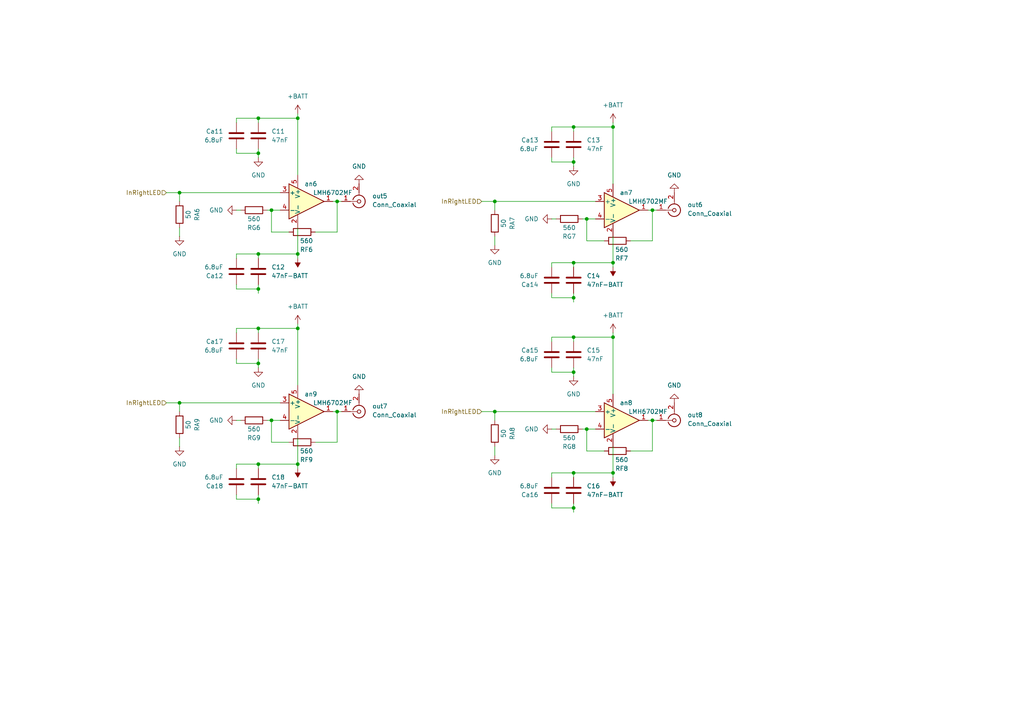
<source format=kicad_sch>
(kicad_sch (version 20250114) (generator "eeschema") (generator_version "9.0")
  (paper "A4")
  (lib_symbols
    (symbol "Amplifier_Operational:LMH6702MF" (pin_names (offset 0.127))
      (property "Reference" "U" (at -1.27 6.35 0))
      (property "Value" "LMH6702MF" (at -1.27 3.81 0))
      (symbol "LMH6702MF_0_1"
        (polyline (pts (xy -5.08 5.08) (xy 5.08 0) (xy -5.08 -5.08) (xy -5.08 5.08)) (stroke (width 0.254)) (fill (type background)))
        (pin power_in line (at -2.54 7.62 270) (length 3.81) (name "V+") (number "5"))
        (pin power_in line (at -2.54 -7.62 90) (length 3.81) (name "V-") (number "2"))
      )
      (symbol "LMH6702MF_1_1"
        (pin input line (at -7.62 2.54 0) (length 2.54) (name "+") (number "3"))
        (pin input line (at -7.62 -2.54 0) (length 2.54) (name "-") (number "4"))
        (pin output line (at 7.62 0 180) (length 2.54) (name "~") (number "1"))
      )
    )
    (symbol "Connector:Conn_Coaxial" (pin_names (offset 1.016) (hide yes))
      (property "Reference" "J" (at 0.254 3.048 0))
      (property "Value" "Conn_Coaxial" (at 2.921 0 90))
      (symbol "Conn_Coaxial_0_1"
        (polyline (pts (xy -2.54 0) (xy -0.508 0)))
        (arc (start 1.778 0) (mid 0.222 -1.8079) (end -1.778 -0.508) (stroke (width 0.254)))
        (arc (start -1.778 0.508) (mid 0.2221 1.8084) (end 1.778 0) (stroke (width 0.254)))
        (circle (center 0 0) (radius 0.508) (stroke (width 0.2032)))
        (polyline (pts (xy 0 -2.54) (xy 0 -1.778)))
      )
      (symbol "Conn_Coaxial_1_1"
        (pin passive line (at -5.08 0 0) (length 2.54) (name "In") (number "1"))
        (pin passive line (at 0 -5.08 90) (length 2.54) (name "Ext") (number "2"))
      )
    )
    (symbol "Device:C" (pin_numbers (hide yes)) (pin_names (offset 0.254))
      (property "Reference" "C" (at 0.635 2.54 0))
      (property "Value" "C" (at 0.635 -2.54 0))
      (symbol "C_0_1"
        (polyline (pts (xy -2.032 0.762) (xy 2.032 0.762)) (stroke (width 0.508)))
        (polyline (pts (xy -2.032 -0.762) (xy 2.032 -0.762)) (stroke (width 0.508)))
      )
      (symbol "C_1_1"
        (pin passive line (at 0 3.81 270) (length 2.794) (name "~") (number "1"))
        (pin passive line (at 0 -3.81 90) (length 2.794) (name "~") (number "2"))
      )
    )
    (symbol "Device:R" (pin_numbers (hide yes)) (pin_names (offset 0))
      (property "Reference" "R" (at 2.032 0 90))
      (property "Value" "R" (at 0 0 90))
      (symbol "R_0_1"
        (rectangle (start -1.016 -2.54) (end 1.016 2.54) (stroke (width 0.254)))
      )
      (symbol "R_1_1"
        (pin passive line (at 0 3.81 270) (length 1.27) (name "~") (number "1"))
        (pin passive line (at 0 -3.81 90) (length 1.27) (name "~") (number "2"))
      )
    )
    (symbol "power:+BATT" (power) (pin_names (offset 0))
      (property "Value" "+BATT" (at 0 3.556 0))
      (symbol "+BATT_0_1"
        (polyline (pts (xy -0.762 1.27) (xy 0 2.54)))
        (polyline (pts (xy 0 2.54) (xy 0.762 1.27)))
        (polyline (pts (xy 0 0) (xy 0 2.54)))
      )
      (symbol "+BATT_1_1"
        (pin power_in line (at 0 0 90) (length 0) (hide yes) (name "+BATT") (number "1"))
      )
    )
    (symbol "power:-BATT" (power) (pin_names (offset 0))
      (property "Value" "-BATT" (at 0 3.556 0))
      (symbol "-BATT_0_1"
        (polyline (pts (xy 0 0) (xy 0 2.54)))
        (polyline (pts (xy 0.762 1.27) (xy -0.762 1.27) (xy 0 2.54) (xy 0.762 1.27)) (fill (type outline)))
      )
      (symbol "-BATT_1_1"
        (pin power_in line (at 0 0 90) (length 0) (hide yes) (name "-BATT") (number "1"))
      )
    )
    (symbol "power:GND" (power) (pin_numbers (hide yes)) (pin_names (offset 0) (hide yes))
      (property "Value" "GND" (at 0 -3.81 0))
      (symbol "GND_0_1"
        (polyline (pts (xy 0 0) (xy 0 -1.27) (xy 1.27 -1.27) (xy 0 -2.54) (xy -1.27 -1.27) (xy 0 -1.27)))
      )
      (symbol "GND_1_1"
        (pin power_in line (at 0 0 270) (length 0) (name "~") (number "1"))
      )
    )
  )
  (junction (at 177.8 97.79))
  (junction (at 166.37 137.16))
  (junction (at 170.18 124.46))
  (junction (at 166.37 46.99))
  (junction (at 170.18 63.5))
  (junction (at 166.37 86.36))
  (junction (at 52.07 55.88))
  (junction (at 166.37 147.32))
  (junction (at 143.51 58.42))
  (junction (at 74.93 95.25))
  (junction (at 86.36 134.62))
  (junction (at 74.93 73.66))
  (junction (at 74.93 105.41))
  (junction (at 177.8 76.2))
  (junction (at 177.8 137.16))
  (junction (at 86.36 73.66))
  (junction (at 52.07 116.84))
  (junction (at 177.8 36.83))
  (junction (at 74.93 83.82))
  (junction (at 97.79 58.42))
  (junction (at 189.23 121.92))
  (junction (at 86.36 34.29))
  (junction (at 143.51 119.38))
  (junction (at 189.23 60.96))
  (junction (at 78.74 60.96))
  (junction (at 86.36 95.25))
  (junction (at 166.37 97.79))
  (junction (at 74.93 144.78))
  (junction (at 78.74 121.92))
  (junction (at 166.37 36.83))
  (junction (at 97.79 119.38))
  (junction (at 166.37 76.2))
  (junction (at 74.93 34.29))
  (junction (at 74.93 44.45))
  (junction (at 166.37 107.95))
  (junction (at 74.93 134.62))
  (wire (pts (xy 160.02 46.99) (xy 166.37 46.99)))
  (wire (pts (xy 160.02 124.46) (xy 161.29 124.46)))
  (wire (pts (xy 86.36 95.25) (xy 86.36 111.76)))
  (wire (pts (xy 78.74 121.92) (xy 78.74 128.27)))
  (wire (pts (xy 97.79 128.27) (xy 97.79 119.38)))
  (wire (pts (xy 74.93 43.18) (xy 74.93 44.45)))
  (wire (pts (xy 74.93 34.29) (xy 74.93 35.56)))
  (wire (pts (xy 160.02 106.68) (xy 160.02 107.95)))
  (wire (pts (xy 68.58 134.62) (xy 74.93 134.62)))
  (wire (pts (xy 91.44 128.27) (xy 97.79 128.27)))
  (wire (pts (xy 166.37 106.68) (xy 166.37 107.95)))
  (wire (pts (xy 160.02 63.5) (xy 161.29 63.5)))
  (wire (pts (xy 68.58 73.66) (xy 74.93 73.66)))
  (wire (pts (xy 143.51 129.54) (xy 143.51 132.08)))
  (wire (pts (xy 143.51 60.96) (xy 143.51 58.42)))
  (wire (pts (xy 189.23 60.96) (xy 187.96 60.96)))
  (wire (pts (xy 86.36 93.98) (xy 86.36 95.25)))
  (wire (pts (xy 86.36 73.66) (xy 86.36 74.93)))
  (wire (pts (xy 97.79 67.31) (xy 97.79 58.42)))
  (wire (pts (xy 160.02 147.32) (xy 166.37 147.32)))
  (wire (pts (xy 160.02 38.1) (xy 160.02 36.83)))
  (wire (pts (xy 74.93 104.14) (xy 74.93 105.41)))
  (wire (pts (xy 74.93 73.66) (xy 86.36 73.66)))
  (wire (pts (xy 52.07 66.04) (xy 52.07 68.58)))
  (wire (pts (xy 74.93 134.62) (xy 86.36 134.62)))
  (wire (pts (xy 166.37 97.79) (xy 166.37 99.06)))
  (wire (pts (xy 177.8 96.52) (xy 177.8 97.79)))
  (wire (pts (xy 160.02 85.09) (xy 160.02 86.36)))
  (wire (pts (xy 74.93 85.09) (xy 74.93 83.82)))
  (wire (pts (xy 166.37 86.36) (xy 166.37 85.09)))
  (wire (pts (xy 77.47 60.96) (xy 78.74 60.96)))
  (wire (pts (xy 86.36 34.29) (xy 86.36 50.8)))
  (wire (pts (xy 68.58 74.93) (xy 68.58 73.66)))
  (wire (pts (xy 160.02 97.79) (xy 166.37 97.79)))
  (wire (pts (xy 139.7 58.42) (xy 143.51 58.42)))
  (wire (pts (xy 68.58 34.29) (xy 74.93 34.29)))
  (wire (pts (xy 48.26 55.88) (xy 52.07 55.88)))
  (wire (pts (xy 166.37 87.63) (xy 166.37 86.36)))
  (wire (pts (xy 86.36 95.25) (xy 74.93 95.25)))
  (wire (pts (xy 166.37 36.83) (xy 166.37 38.1)))
  (wire (pts (xy 177.8 68.58) (xy 177.8 76.2)))
  (wire (pts (xy 170.18 69.85) (xy 175.26 69.85)))
  (wire (pts (xy 182.88 69.85) (xy 189.23 69.85)))
  (wire (pts (xy 78.74 128.27) (xy 83.82 128.27)))
  (wire (pts (xy 68.58 44.45) (xy 74.93 44.45)))
  (wire (pts (xy 143.51 121.92) (xy 143.51 119.38)))
  (wire (pts (xy 182.88 130.81) (xy 189.23 130.81)))
  (wire (pts (xy 74.93 135.89) (xy 74.93 134.62)))
  (wire (pts (xy 86.36 127) (xy 86.36 134.62)))
  (wire (pts (xy 52.07 127) (xy 52.07 129.54)))
  (wire (pts (xy 170.18 124.46) (xy 170.18 130.81)))
  (wire (pts (xy 143.51 119.38) (xy 172.72 119.38)))
  (wire (pts (xy 97.79 119.38) (xy 99.06 119.38)))
  (wire (pts (xy 68.58 105.41) (xy 74.93 105.41)))
  (wire (pts (xy 68.58 121.92) (xy 69.85 121.92)))
  (wire (pts (xy 177.8 36.83) (xy 177.8 53.34)))
  (wire (pts (xy 160.02 99.06) (xy 160.02 97.79)))
  (wire (pts (xy 170.18 130.81) (xy 175.26 130.81)))
  (wire (pts (xy 74.93 95.25) (xy 74.93 96.52)))
  (wire (pts (xy 168.91 124.46) (xy 170.18 124.46)))
  (wire (pts (xy 86.36 34.29) (xy 74.93 34.29)))
  (wire (pts (xy 78.74 67.31) (xy 83.82 67.31)))
  (wire (pts (xy 177.8 36.83) (xy 166.37 36.83)))
  (wire (pts (xy 91.44 67.31) (xy 97.79 67.31)))
  (wire (pts (xy 160.02 77.47) (xy 160.02 76.2)))
  (wire (pts (xy 177.8 137.16) (xy 177.8 138.43)))
  (wire (pts (xy 166.37 148.59) (xy 166.37 147.32)))
  (wire (pts (xy 166.37 48.26) (xy 166.37 46.99)))
  (wire (pts (xy 68.58 96.52) (xy 68.58 95.25)))
  (wire (pts (xy 52.07 119.38) (xy 52.07 116.84)))
  (wire (pts (xy 74.93 106.68) (xy 74.93 105.41)))
  (wire (pts (xy 78.74 60.96) (xy 78.74 67.31)))
  (wire (pts (xy 68.58 143.51) (xy 68.58 144.78)))
  (wire (pts (xy 177.8 97.79) (xy 177.8 114.3)))
  (wire (pts (xy 166.37 137.16) (xy 177.8 137.16)))
  (wire (pts (xy 160.02 45.72) (xy 160.02 46.99)))
  (wire (pts (xy 74.93 146.05) (xy 74.93 144.78)))
  (wire (pts (xy 74.93 45.72) (xy 74.93 44.45)))
  (wire (pts (xy 189.23 121.92) (xy 187.96 121.92)))
  (wire (pts (xy 166.37 109.22) (xy 166.37 107.95)))
  (wire (pts (xy 77.47 121.92) (xy 78.74 121.92)))
  (wire (pts (xy 177.8 76.2) (xy 177.8 77.47)))
  (wire (pts (xy 74.93 144.78) (xy 74.93 143.51)))
  (wire (pts (xy 166.37 76.2) (xy 177.8 76.2)))
  (wire (pts (xy 189.23 60.96) (xy 190.5 60.96)))
  (wire (pts (xy 52.07 55.88) (xy 81.28 55.88)))
  (wire (pts (xy 166.37 45.72) (xy 166.37 46.99)))
  (wire (pts (xy 189.23 121.92) (xy 190.5 121.92)))
  (wire (pts (xy 166.37 77.47) (xy 166.37 76.2)))
  (wire (pts (xy 86.36 66.04) (xy 86.36 73.66)))
  (wire (pts (xy 81.28 121.92) (xy 78.74 121.92)))
  (wire (pts (xy 166.37 147.32) (xy 166.37 146.05)))
  (wire (pts (xy 139.7 119.38) (xy 143.51 119.38)))
  (wire (pts (xy 177.8 35.56) (xy 177.8 36.83)))
  (wire (pts (xy 86.36 33.02) (xy 86.36 34.29)))
  (wire (pts (xy 160.02 107.95) (xy 166.37 107.95)))
  (wire (pts (xy 52.07 116.84) (xy 81.28 116.84)))
  (wire (pts (xy 68.58 144.78) (xy 74.93 144.78)))
  (wire (pts (xy 177.8 129.54) (xy 177.8 137.16)))
  (wire (pts (xy 97.79 58.42) (xy 99.06 58.42)))
  (wire (pts (xy 68.58 60.96) (xy 69.85 60.96)))
  (wire (pts (xy 160.02 86.36) (xy 166.37 86.36)))
  (wire (pts (xy 86.36 134.62) (xy 86.36 135.89)))
  (wire (pts (xy 68.58 83.82) (xy 74.93 83.82)))
  (wire (pts (xy 48.26 116.84) (xy 52.07 116.84)))
  (wire (pts (xy 170.18 63.5) (xy 170.18 69.85)))
  (wire (pts (xy 143.51 58.42) (xy 172.72 58.42)))
  (wire (pts (xy 160.02 137.16) (xy 166.37 137.16)))
  (wire (pts (xy 172.72 124.46) (xy 170.18 124.46)))
  (wire (pts (xy 97.79 58.42) (xy 96.52 58.42)))
  (wire (pts (xy 74.93 74.93) (xy 74.93 73.66)))
  (wire (pts (xy 160.02 36.83) (xy 166.37 36.83)))
  (wire (pts (xy 166.37 138.43) (xy 166.37 137.16)))
  (wire (pts (xy 168.91 63.5) (xy 170.18 63.5)))
  (wire (pts (xy 172.72 63.5) (xy 170.18 63.5)))
  (wire (pts (xy 74.93 83.82) (xy 74.93 82.55)))
  (wire (pts (xy 160.02 76.2) (xy 166.37 76.2)))
  (wire (pts (xy 68.58 104.14) (xy 68.58 105.41)))
  (wire (pts (xy 160.02 146.05) (xy 160.02 147.32)))
  (wire (pts (xy 97.79 119.38) (xy 96.52 119.38)))
  (wire (pts (xy 52.07 58.42) (xy 52.07 55.88)))
  (wire (pts (xy 143.51 68.58) (xy 143.51 71.12)))
  (wire (pts (xy 68.58 82.55) (xy 68.58 83.82)))
  (wire (pts (xy 160.02 138.43) (xy 160.02 137.16)))
  (wire (pts (xy 68.58 35.56) (xy 68.58 34.29)))
  (wire (pts (xy 68.58 43.18) (xy 68.58 44.45)))
  (wire (pts (xy 68.58 135.89) (xy 68.58 134.62)))
  (wire (pts (xy 189.23 69.85) (xy 189.23 60.96)))
  (wire (pts (xy 177.8 97.79) (xy 166.37 97.79)))
  (wire (pts (xy 68.58 95.25) (xy 74.93 95.25)))
  (wire (pts (xy 81.28 60.96) (xy 78.74 60.96)))
  (wire (pts (xy 189.23 130.81) (xy 189.23 121.92)))
  (hierarchical_label "InRightLED" (shape input) (at 48.26 116.84 180))
  (hierarchical_label "InRightLED" (shape input) (at 139.7 119.38 180))
  (hierarchical_label "InRightLED" (shape input) (at 48.26 55.88 180))
  (hierarchical_label "InRightLED" (shape input) (at 139.7 58.42 180))
  (symbol (lib_id "Device:C") (at 68.58 139.7 180) (unit 1)
    (property "Reference" "Ca18" (at 64.77 140.9701 0) (effects (justify left)))
    (property "Value" "6.8uF" (at 64.77 138.4301 0) (effects (justify left)))
    (property "Footprint" "Capacitor_SMD:C_0805_2012Metric_Pad1.18x1.45mm_HandSolder" (effects (hide yes)))
  )
  (symbol (lib_id "power:+BATT") (at 86.36 93.98 0) (unit 1)
    (property "Reference" "#PWR053" (effects (hide yes)))
    (property "Value" "+BATT" (at 86.36 88.9 0))
  )
  (symbol (lib_id "Connector:Conn_Coaxial") (at 104.14 58.42 0) (mirror x) (unit 1)
    (property "Reference" "out5" (at 107.95 56.8567 0) (effects (justify left)))
    (property "Value" "Conn_Coaxial" (at 107.95 59.3967 0) (effects (justify left)))
    (property "Footprint" "kicad-mza:MMCX_Molex_73415-1471_Vertical" (effects (hide yes)))
    (property "Datasheet" " ~" (effects (hide yes)))
  )
  (symbol (lib_id "power:+BATT") (at 177.8 96.52 0) (unit 1)
    (property "Reference" "#PWR047" (effects (hide yes)))
    (property "Value" "+BATT" (at 177.8 91.44 0))
  )
  (symbol (lib_id "power:GND") (at 104.14 114.3 0) (mirror x) (unit 1)
    (property "Reference" "#PWR055" (effects (hide yes)))
    (property "Value" "GND" (at 104.14 109.22 0))
  )
  (symbol (lib_id "Device:C") (at 68.58 78.74 180) (unit 1)
    (property "Reference" "Ca12" (at 64.77 80.0101 0) (effects (justify left)))
    (property "Value" "6.8uF" (at 64.77 77.4701 0) (effects (justify left)))
    (property "Footprint" "Capacitor_SMD:C_0805_2012Metric_Pad1.18x1.45mm_HandSolder" (effects (hide yes)))
  )
  (symbol (lib_id "Connector:Conn_Coaxial") (at 104.14 119.38 0) (mirror x) (unit 1)
    (property "Reference" "out7" (at 107.95 117.8167 0) (effects (justify left)))
    (property "Value" "Conn_Coaxial" (at 107.95 120.3567 0) (effects (justify left)))
    (property "Footprint" "kicad-mza:MMCX_Molex_73415-1471_Vertical" (effects (hide yes)))
    (property "Datasheet" " ~" (effects (hide yes)))
  )
  (symbol (lib_id "Device:R") (at 73.66 121.92 90) (mirror x) (unit 1)
    (property "Reference" "RG9" (at 73.66 127 90))
    (property "Value" "560" (at 73.66 124.46 90))
    (property "Footprint" "Resistor_SMD:R_0603_1608Metric_Pad0.98x0.95mm_HandSolder" (effects (hide yes)))
  )
  (symbol (lib_id "power:GND") (at 166.37 109.22 0) (unit 1)
    (property "Reference" "#PWR046" (effects (hide yes)))
    (property "Value" "GND" (at 166.37 114.3 0))
  )
  (symbol (lib_id "power:GND") (at 143.51 71.12 0) (unit 1)
    (property "Reference" "#PWR038" (effects (hide yes)))
    (property "Value" "GND" (at 143.51 76.2 0))
  )
  (symbol (lib_id "Device:C") (at 160.02 81.28 180) (unit 1)
    (property "Reference" "Ca14" (at 156.21 82.5501 0) (effects (justify left)))
    (property "Value" "6.8uF" (at 156.21 80.0101 0) (effects (justify left)))
    (property "Footprint" "Capacitor_SMD:C_0805_2012Metric_Pad1.18x1.45mm_HandSolder" (effects (hide yes)))
  )
  (symbol (lib_id "Amplifier_Operational:LMH6702MF") (at 180.34 121.92 0) (unit 1)
    (property "Reference" "an8" (at 181.61 116.84 0))
    (property "Value" "LMH6702MF" (at 187.96 119.38 0))
    (property "Footprint" "Package_TO_SOT_SMD:SOT-23-5" (effects (hide yes)))
    (property "Datasheet" "http://www.ti.com/lit/ds/symlink/lmh6702.pdf" (effects (hide yes)))
  )
  (symbol (lib_id "power:+BATT") (at 177.8 35.56 0) (unit 1)
    (property "Reference" "#PWR041" (effects (hide yes)))
    (property "Value" "+BATT" (at 177.8 30.48 0))
  )
  (symbol (lib_id "Device:C") (at 74.93 139.7 0) (mirror y) (unit 1)
    (property "Reference" "C18" (at 78.74 138.4299 0) (effects (justify right)))
    (property "Value" "47nF" (at 78.74 140.9699 0) (effects (justify right)))
    (property "Footprint" "Capacitor_SMD:C_0603_1608Metric_Pad1.08x0.95mm_HandSolder" (effects (hide yes)))
  )
  (symbol (lib_id "Device:C") (at 74.93 78.74 0) (mirror y) (unit 1)
    (property "Reference" "C12" (at 78.74 77.4699 0) (effects (justify right)))
    (property "Value" "47nF" (at 78.74 80.0099 0) (effects (justify right)))
    (property "Footprint" "Capacitor_SMD:C_0603_1608Metric_Pad1.08x0.95mm_HandSolder" (effects (hide yes)))
  )
  (symbol (lib_id "Amplifier_Operational:LMH6702MF") (at 180.34 60.96 0) (unit 1)
    (property "Reference" "an7" (at 181.61 55.88 0))
    (property "Value" "LMH6702MF" (at 187.96 58.42 0))
    (property "Footprint" "Package_TO_SOT_SMD:SOT-23-5" (effects (hide yes)))
    (property "Datasheet" "http://www.ti.com/lit/ds/symlink/lmh6702.pdf" (effects (hide yes)))
  )
  (symbol (lib_id "Device:C") (at 160.02 102.87 0) (mirror y) (unit 1)
    (property "Reference" "Ca15" (at 156.21 101.5999 0) (effects (justify left)))
    (property "Value" "6.8uF" (at 156.21 104.1399 0) (effects (justify left)))
    (property "Footprint" "Capacitor_SMD:C_0805_2012Metric_Pad1.18x1.45mm_HandSolder" (effects (hide yes)))
  )
  (symbol (lib_id "Device:R") (at 165.1 63.5 90) (mirror x) (unit 1)
    (property "Reference" "RG7" (at 165.1 68.58 90))
    (property "Value" "560" (at 165.1 66.04 90))
    (property "Footprint" "Resistor_SMD:R_0603_1608Metric_Pad0.98x0.95mm_HandSolder" (effects (hide yes)))
  )
  (symbol (lib_id "power:GND") (at 68.58 121.92 270) (unit 1)
    (property "Reference" "#PWR051" (effects (hide yes)))
    (property "Value" "GND" (at 64.77 121.92 90) (effects (justify right)))
  )
  (symbol (lib_id "power:GND") (at 104.14 53.34 0) (mirror x) (unit 1)
    (property "Reference" "#PWR037" (effects (hide yes)))
    (property "Value" "GND" (at 104.14 48.26 0))
  )
  (symbol (lib_id "Device:C") (at 160.02 142.24 180) (unit 1)
    (property "Reference" "Ca16" (at 156.21 143.5101 0) (effects (justify left)))
    (property "Value" "6.8uF" (at 156.21 140.9701 0) (effects (justify left)))
    (property "Footprint" "Capacitor_SMD:C_0805_2012Metric_Pad1.18x1.45mm_HandSolder" (effects (hide yes)))
  )
  (symbol (lib_id "power:GND") (at 143.51 132.08 0) (unit 1)
    (property "Reference" "#PWR044" (effects (hide yes)))
    (property "Value" "GND" (at 143.51 137.16 0))
  )
  (symbol (lib_id "Device:R") (at 52.07 123.19 0) (unit 1)
    (property "Reference" "RA9" (at 57.15 123.19 90))
    (property "Value" "50" (at 54.61 123.19 90))
    (property "Footprint" "Resistor_SMD:R_0805_2012Metric_Pad1.20x1.40mm_HandSolder" (effects (hide yes)))
  )
  (symbol (lib_id "power:GND") (at 195.58 116.84 0) (mirror x) (unit 1)
    (property "Reference" "#PWR049" (effects (hide yes)))
    (property "Value" "GND" (at 195.58 111.76 0))
  )
  (symbol (lib_id "Amplifier_Operational:LMH6702MF") (at 88.9 58.42 0) (unit 1)
    (property "Reference" "an6" (at 90.17 53.34 0))
    (property "Value" "LMH6702MF" (at 96.52 55.88 0))
    (property "Footprint" "Package_TO_SOT_SMD:SOT-23-5" (effects (hide yes)))
    (property "Datasheet" "http://www.ti.com/lit/ds/symlink/lmh6702.pdf" (effects (hide yes)))
  )
  (symbol (lib_id "power:GND") (at 160.02 124.46 270) (unit 1)
    (property "Reference" "#PWR045" (effects (hide yes)))
    (property "Value" "GND" (at 156.21 124.46 90) (effects (justify right)))
  )
  (symbol (lib_id "power:+BATT") (at 86.36 33.02 0) (unit 1)
    (property "Reference" "#PWR035" (effects (hide yes)))
    (property "Value" "+BATT" (at 86.36 27.94 0))
  )
  (symbol (lib_id "Device:R") (at 165.1 124.46 90) (mirror x) (unit 1)
    (property "Reference" "RG8" (at 165.1 129.54 90))
    (property "Value" "560" (at 165.1 127 90))
    (property "Footprint" "Resistor_SMD:R_0603_1608Metric_Pad0.98x0.95mm_HandSolder" (effects (hide yes)))
  )
  (symbol (lib_id "Device:R") (at 87.63 67.31 90) (mirror x) (unit 1)
    (property "Reference" "RF6" (at 88.9 72.39 90))
    (property "Value" "560" (at 88.9 69.85 90))
    (property "Footprint" "Resistor_SMD:R_0603_1608Metric_Pad0.98x0.95mm_HandSolder" (effects (hide yes)))
  )
  (symbol (lib_id "Connector:Conn_Coaxial") (at 195.58 60.96 0) (mirror x) (unit 1)
    (property "Reference" "out6" (at 199.39 59.3967 0) (effects (justify left)))
    (property "Value" "Conn_Coaxial" (at 199.39 61.9367 0) (effects (justify left)))
    (property "Footprint" "kicad-mza:MMCX_Molex_73415-1471_Vertical" (effects (hide yes)))
    (property "Datasheet" " ~" (effects (hide yes)))
  )
  (symbol (lib_id "Device:R") (at 143.51 64.77 0) (unit 1)
    (property "Reference" "RA7" (at 148.59 64.77 90))
    (property "Value" "50" (at 146.05 64.77 90))
    (property "Footprint" "Resistor_SMD:R_0805_2012Metric_Pad1.20x1.40mm_HandSolder" (effects (hide yes)))
  )
  (symbol (lib_id "power:GND") (at 52.07 68.58 0) (unit 1)
    (property "Reference" "#PWR032" (effects (hide yes)))
    (property "Value" "GND" (at 52.07 73.66 0))
  )
  (symbol (lib_id "Device:R") (at 179.07 130.81 90) (mirror x) (unit 1)
    (property "Reference" "RF8" (at 180.34 135.89 90))
    (property "Value" "560" (at 180.34 133.35 90))
    (property "Footprint" "Resistor_SMD:R_0603_1608Metric_Pad0.98x0.95mm_HandSolder" (effects (hide yes)))
  )
  (symbol (lib_id "power:GND") (at 195.58 55.88 0) (mirror x) (unit 1)
    (property "Reference" "#PWR043" (effects (hide yes)))
    (property "Value" "GND" (at 195.58 50.8 0))
  )
  (symbol (lib_id "power:-BATT") (at 86.36 135.89 180) (unit 1)
    (property "Reference" "#PWR054" (effects (hide yes)))
    (property "Value" "-BATT" (at 86.36 140.97 0))
  )
  (symbol (lib_id "power:GND") (at 68.58 60.96 270) (unit 1)
    (property "Reference" "#PWR033" (effects (hide yes)))
    (property "Value" "GND" (at 64.77 60.96 90) (effects (justify right)))
  )
  (symbol (lib_id "Connector:Conn_Coaxial") (at 195.58 121.92 0) (mirror x) (unit 1)
    (property "Reference" "out8" (at 199.39 120.3567 0) (effects (justify left)))
    (property "Value" "Conn_Coaxial" (at 199.39 122.8967 0) (effects (justify left)))
    (property "Footprint" "kicad-mza:MMCX_Molex_73415-1471_Vertical" (effects (hide yes)))
    (property "Datasheet" " ~" (effects (hide yes)))
  )
  (symbol (lib_id "Device:C") (at 166.37 142.24 0) (mirror y) (unit 1)
    (property "Reference" "C16" (at 170.18 140.9699 0) (effects (justify right)))
    (property "Value" "47nF" (at 170.18 143.5099 0) (effects (justify right)))
    (property "Footprint" "Capacitor_SMD:C_0603_1608Metric_Pad1.08x0.95mm_HandSolder" (effects (hide yes)))
  )
  (symbol (lib_id "Device:R") (at 52.07 62.23 0) (unit 1)
    (property "Reference" "RA6" (at 57.15 62.23 90))
    (property "Value" "50" (at 54.61 62.23 90))
    (property "Footprint" "Resistor_SMD:R_0805_2012Metric_Pad1.20x1.40mm_HandSolder" (effects (hide yes)))
  )
  (symbol (lib_id "Device:C") (at 166.37 41.91 180) (unit 1)
    (property "Reference" "C13" (at 170.18 40.6399 0) (effects (justify right)))
    (property "Value" "47nF" (at 170.18 43.1799 0) (effects (justify right)))
    (property "Footprint" "Capacitor_SMD:C_0603_1608Metric_Pad1.08x0.95mm_HandSolder" (effects (hide yes)))
  )
  (symbol (lib_id "Amplifier_Operational:LMH6702MF") (at 88.9 119.38 0) (unit 1)
    (property "Reference" "an9" (at 90.17 114.3 0))
    (property "Value" "LMH6702MF" (at 96.52 116.84 0))
    (property "Footprint" "Package_TO_SOT_SMD:SOT-23-5" (effects (hide yes)))
    (property "Datasheet" "http://www.ti.com/lit/ds/symlink/lmh6702.pdf" (effects (hide yes)))
  )
  (symbol (lib_id "Device:R") (at 87.63 128.27 90) (mirror x) (unit 1)
    (property "Reference" "RF9" (at 88.9 133.35 90))
    (property "Value" "560" (at 88.9 130.81 90))
    (property "Footprint" "Resistor_SMD:R_0603_1608Metric_Pad0.98x0.95mm_HandSolder" (effects (hide yes)))
  )
  (symbol (lib_id "Device:C") (at 68.58 39.37 0) (mirror y) (unit 1)
    (property "Reference" "Ca11" (at 64.77 38.0999 0) (effects (justify left)))
    (property "Value" "6.8uF" (at 64.77 40.6399 0) (effects (justify left)))
    (property "Footprint" "Capacitor_SMD:C_0805_2012Metric_Pad1.18x1.45mm_HandSolder" (effects (hide yes)))
  )
  (symbol (lib_id "Device:R") (at 73.66 60.96 90) (mirror x) (unit 1)
    (property "Reference" "RG6" (at 73.66 66.04 90))
    (property "Value" "560" (at 73.66 63.5 90))
    (property "Footprint" "Resistor_SMD:R_0603_1608Metric_Pad0.98x0.95mm_HandSolder" (effects (hide yes)))
  )
  (symbol (lib_id "Device:C") (at 166.37 81.28 0) (mirror y) (unit 1)
    (property "Reference" "C14" (at 170.18 80.0099 0) (effects (justify right)))
    (property "Value" "47nF" (at 170.18 82.5499 0) (effects (justify right)))
    (property "Footprint" "Capacitor_SMD:C_0603_1608Metric_Pad1.08x0.95mm_HandSolder" (effects (hide yes)))
  )
  (symbol (lib_id "Device:C") (at 160.02 41.91 0) (mirror y) (unit 1)
    (property "Reference" "Ca13" (at 156.21 40.6399 0) (effects (justify left)))
    (property "Value" "6.8uF" (at 156.21 43.1799 0) (effects (justify left)))
    (property "Footprint" "Capacitor_SMD:C_0805_2012Metric_Pad1.18x1.45mm_HandSolder" (effects (hide yes)))
  )
  (symbol (lib_id "Device:R") (at 143.51 125.73 0) (unit 1)
    (property "Reference" "RA8" (at 148.59 125.73 90))
    (property "Value" "50" (at 146.05 125.73 90))
    (property "Footprint" "Resistor_SMD:R_0805_2012Metric_Pad1.20x1.40mm_HandSolder" (effects (hide yes)))
  )
  (symbol (lib_id "Device:R") (at 179.07 69.85 90) (mirror x) (unit 1)
    (property "Reference" "RF7" (at 180.34 74.93 90))
    (property "Value" "560" (at 180.34 72.39 90))
    (property "Footprint" "Resistor_SMD:R_0603_1608Metric_Pad0.98x0.95mm_HandSolder" (effects (hide yes)))
  )
  (symbol (lib_id "power:-BATT") (at 177.8 138.43 180) (unit 1)
    (property "Reference" "#PWR048" (effects (hide yes)))
    (property "Value" "-BATT" (at 177.8 143.51 0))
  )
  (symbol (lib_id "power:GND") (at 74.93 45.72 0) (unit 1)
    (property "Reference" "#PWR034" (effects (hide yes)))
    (property "Value" "GND" (at 74.93 50.8 0))
  )
  (symbol (lib_id "Device:C") (at 74.93 100.33 180) (unit 1)
    (property "Reference" "C17" (at 78.74 99.0599 0) (effects (justify right)))
    (property "Value" "47nF" (at 78.74 101.5999 0) (effects (justify right)))
    (property "Footprint" "Capacitor_SMD:C_0603_1608Metric_Pad1.08x0.95mm_HandSolder" (effects (hide yes)))
  )
  (symbol (lib_id "Device:C") (at 68.58 100.33 0) (mirror y) (unit 1)
    (property "Reference" "Ca17" (at 64.77 99.0599 0) (effects (justify left)))
    (property "Value" "6.8uF" (at 64.77 101.5999 0) (effects (justify left)))
    (property "Footprint" "Capacitor_SMD:C_0805_2012Metric_Pad1.18x1.45mm_HandSolder" (effects (hide yes)))
  )
  (symbol (lib_id "power:-BATT") (at 86.36 74.93 180) (unit 1)
    (property "Reference" "#PWR036" (effects (hide yes)))
    (property "Value" "-BATT" (at 86.36 80.01 0))
  )
  (symbol (lib_id "power:GND") (at 74.93 106.68 0) (unit 1)
    (property "Reference" "#PWR052" (effects (hide yes)))
    (property "Value" "GND" (at 74.93 111.76 0))
  )
  (symbol (lib_id "Device:C") (at 166.37 102.87 180) (unit 1)
    (property "Reference" "C15" (at 170.18 101.5999 0) (effects (justify right)))
    (property "Value" "47nF" (at 170.18 104.1399 0) (effects (justify right)))
    (property "Footprint" "Capacitor_SMD:C_0603_1608Metric_Pad1.08x0.95mm_HandSolder" (effects (hide yes)))
  )
  (symbol (lib_id "power:-BATT") (at 177.8 77.47 180) (unit 1)
    (property "Reference" "#PWR042" (effects (hide yes)))
    (property "Value" "-BATT" (at 177.8 82.55 0))
  )
  (symbol (lib_id "power:GND") (at 166.37 48.26 0) (unit 1)
    (property "Reference" "#PWR040" (effects (hide yes)))
    (property "Value" "GND" (at 166.37 53.34 0))
  )
  (symbol (lib_id "power:GND") (at 52.07 129.54 0) (unit 1)
    (property "Reference" "#PWR050" (effects (hide yes)))
    (property "Value" "GND" (at 52.07 134.62 0))
  )
  (symbol (lib_id "power:GND") (at 160.02 63.5 270) (unit 1)
    (property "Reference" "#PWR039" (effects (hide yes)))
    (property "Value" "GND" (at 156.21 63.5 90) (effects (justify right)))
  )
  (symbol (lib_id "Device:C") (at 74.93 39.37 180) (unit 1)
    (property "Reference" "C11" (at 78.74 38.0999 0) (effects (justify right)))
    (property "Value" "47nF" (at 78.74 40.6399 0) (effects (justify right)))
    (property "Footprint" "Capacitor_SMD:C_0603_1608Metric_Pad1.08x0.95mm_HandSolder" (effects (hide yes)))
  )
)
</source>
